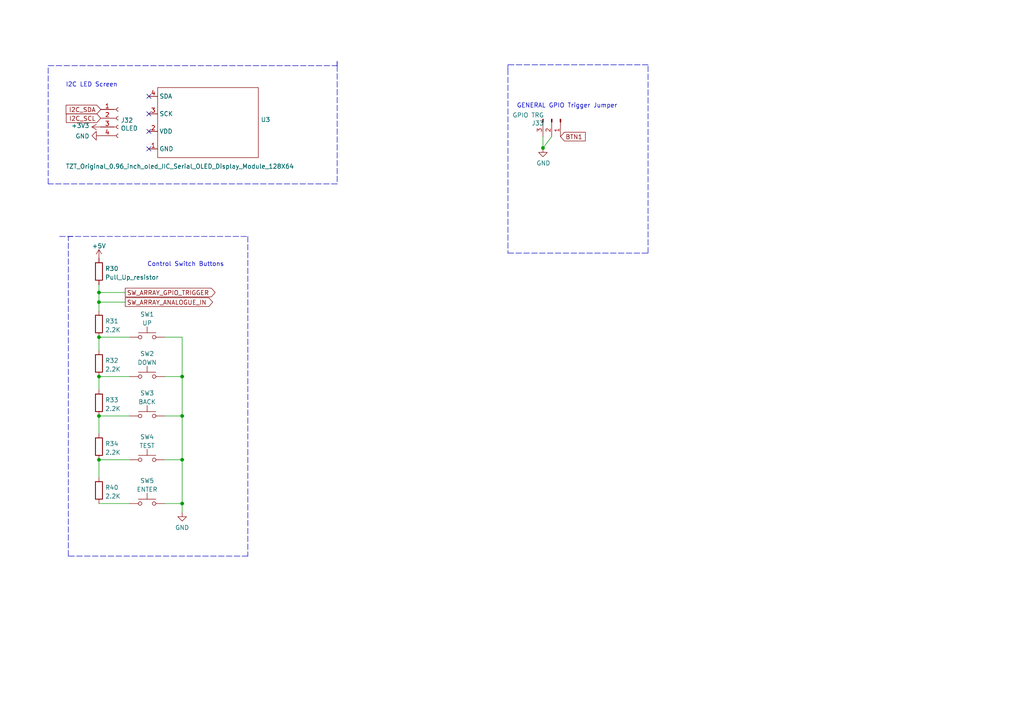
<source format=kicad_sch>
(kicad_sch (version 20211123) (generator eeschema)
  (paper "A4")
  (title_block (title "RPI Cape DPI 24ch Pixel Controller") (date "2022-04-04") (company "OnlineDynamic"))
  (lib_symbols
    (symbol "Connector:Conn_01x03_Male" (pin_names (offset 1.016) hide)
      (property "Reference" "J" (at 0 5.08 0))
      (property "Value" "Conn_01x03_Male" (at 0 -5.08 0))
      (symbol "Conn_01x03_Male_1_1"
        (polyline (pts (xy 1.27 -2.54) (xy 0.8636 -2.54)) (stroke (width 0.1524)))
        (polyline (pts (xy 1.27 0) (xy 0.8636 0)) (stroke (width 0.1524)))
        (polyline (pts (xy 1.27 2.54) (xy 0.8636 2.54)) (stroke (width 0.1524)))
        (rectangle (start 0.8636 -2.413) (end 0 -2.667) (stroke (width 0.1524)) (fill (type outline)))
        (rectangle (start 0.8636 0.127) (end 0 -0.127) (stroke (width 0.1524)) (fill (type outline)))
        (rectangle (start 0.8636 2.667) (end 0 2.413) (stroke (width 0.1524)) (fill (type outline)))
        (pin passive line (at 5.08 2.54 180) (length 3.81) (name "Pin_1") (number "1"))
        (pin passive line (at 5.08 0 180) (length 3.81) (name "Pin_2") (number "2"))
        (pin passive line (at 5.08 -2.54 180) (length 3.81) (name "Pin_3") (number "3"))
      )
    )
    (symbol "Connector:Conn_01x04_Female" (pin_names (offset 1.016) hide)
      (property "Reference" "J" (at 0 5.08 0))
      (property "Value" "Conn_01x04_Female" (at 0 -7.62 0))
      (symbol "Conn_01x04_Female_1_1"
        (arc (start 0 -4.572) (mid -0.508 -5.08) (end 0 -5.588) (stroke (width 0.1524)))
        (arc (start 0 -2.032) (mid -0.508 -2.54) (end 0 -3.048) (stroke (width 0.1524)))
        (polyline (pts (xy -1.27 -5.08) (xy -0.508 -5.08)) (stroke (width 0.1524)))
        (polyline (pts (xy -1.27 -2.54) (xy -0.508 -2.54)) (stroke (width 0.1524)))
        (polyline (pts (xy -1.27 0) (xy -0.508 0)) (stroke (width 0.1524)))
        (polyline (pts (xy -1.27 2.54) (xy -0.508 2.54)) (stroke (width 0.1524)))
        (arc (start 0 0.508) (mid -0.508 0) (end 0 -0.508) (stroke (width 0.1524)))
        (arc (start 0 3.048) (mid -0.508 2.54) (end 0 2.032) (stroke (width 0.1524)))
        (pin passive line (at -5.08 2.54 0) (length 3.81) (name "Pin_1") (number "1"))
        (pin passive line (at -5.08 0 0) (length 3.81) (name "Pin_2") (number "2"))
        (pin passive line (at -5.08 -2.54 0) (length 3.81) (name "Pin_3") (number "3"))
        (pin passive line (at -5.08 -5.08 0) (length 3.81) (name "Pin_4") (number "4"))
      )
    )
    (symbol "Device:R" (pin_numbers hide) (pin_names (offset 0))
      (property "Reference" "R" (at 2.032 0 90))
      (property "Value" "R" (at 0 0 90))
      (symbol "R_0_1"
        (rectangle (start -1.016 -2.54) (end 1.016 2.54) (stroke (width 0.254)))
      )
      (symbol "R_1_1"
        (pin passive line (at 0 3.81 270) (length 1.27) (name "~") (number "1"))
        (pin passive line (at 0 -3.81 90) (length 1.27) (name "~") (number "2"))
      )
    )
    (symbol "Stuarts_BESPOKE:TZT_Original_0.96_inch_oled_IIC_Serial_OLED_Display_Module_128X64"
      (property "Reference" "U" (at 6.35 -12.7 0))
      (property "Value" "TZT_Original_0.96_inch_oled_IIC_Serial_OLED_Display_Module_128X64" (at 0 0 0))
      (symbol "TZT_Original_0.96_inch_oled_IIC_Serial_OLED_Display_Module_128X64_0_1"
        (rectangle (start -13.97 -19.05) (end 6.35 -48.26) (stroke (width 0.1524)))
      )
      (symbol "TZT_Original_0.96_inch_oled_IIC_Serial_OLED_Display_Module_128X64_1_1"
        (pin power_in line (at -11.43 -16.51 270) (length 2.54) (name "GND") (number "1"))
        (pin power_in line (at -6.35 -16.51 270) (length 2.54) (name "VDD") (number "2"))
        (pin input line (at -1.27 -16.51 270) (length 2.54) (name "SCK") (number "3"))
        (pin input line (at 3.81 -16.51 270) (length 2.54) (name "SDA") (number "4"))
      )
    )
    (symbol "Switch:SW_Push" (pin_numbers hide) (pin_names (offset 1.016) hide)
      (property "Reference" "SW" (at 1.27 2.54 0))
      (property "Value" "SW_Push" (at 0 -1.524 0))
      (symbol "SW_Push_0_1"
        (circle (center -2.032 0) (radius 0.508))
        (polyline (pts (xy 0 1.27) (xy 0 3.048)))
        (polyline (pts (xy 2.54 1.27) (xy -2.54 1.27)))
        (circle (center 2.032 0) (radius 0.508))
        (pin passive line (at -5.08 0 0) (length 2.54) (name "1") (number "1"))
        (pin passive line (at 5.08 0 180) (length 2.54) (name "2") (number "2"))
      )
    )
    (symbol "power:+3.3V" (power) (pin_names (offset 0))
      (property "Value" "+3.3V" (at 0 3.556 0))
      (symbol "+3.3V_0_1"
        (polyline (pts (xy -0.762 1.27) (xy 0 2.54)))
        (polyline (pts (xy 0 0) (xy 0 2.54)))
        (polyline (pts (xy 0 2.54) (xy 0.762 1.27)))
      )
      (symbol "+3.3V_1_1"
        (pin power_in line (at 0 0 90) (length 0) hide (name "+3V3") (number "1"))
      )
    )
    (symbol "power:+5V" (power) (pin_names (offset 0))
      (property "Value" "+5V" (at 0 3.556 0))
      (symbol "+5V_0_1"
        (polyline (pts (xy -0.762 1.27) (xy 0 2.54)))
        (polyline (pts (xy 0 0) (xy 0 2.54)))
        (polyline (pts (xy 0 2.54) (xy 0.762 1.27)))
      )
      (symbol "+5V_1_1"
        (pin power_in line (at 0 0 90) (length 0) hide (name "+5V") (number "1"))
      )
    )
    (symbol "power:GND" (power) (pin_names (offset 0))
      (property "Value" "GND" (at 0 -3.81 0))
      (symbol "GND_0_1"
        (polyline (pts (xy 0 0) (xy 0 -1.27) (xy 1.27 -1.27) (xy 0 -2.54) (xy -1.27 -1.27) (xy 0 -1.27)))
      )
      (symbol "GND_1_1"
        (pin power_in line (at 0 0 270) (length 0) hide (name "GND") (number "1"))
      )
    )
  )
  (junction (at 52.832 133.35))
  (junction (at 52.832 109.22))
  (junction (at 52.832 120.65))
  (junction (at 28.702 97.79))
  (junction (at 28.702 120.65))
  (junction (at 157.48 42.926))
  (junction (at 28.702 87.63))
  (junction (at 28.702 84.836))
  (junction (at 52.832 146.05))
  (junction (at 28.702 109.22))
  (junction (at 28.702 133.35))
  (no_connect (at 43.18 33.02))
  (no_connect (at 43.18 27.94))
  (no_connect (at 43.18 43.18))
  (no_connect (at 43.18 38.1))
  (wire (pts (xy 157.48 39.624) (xy 157.48 42.926)))
  (polyline (pts (xy 97.79 19.05) (xy 97.79 53.34)))
  (polyline (pts (xy 147.32 73.406) (xy 187.96 73.406)))
  (wire (pts (xy 52.832 146.05) (xy 52.832 148.59)))
  (wire (pts (xy 47.752 120.65) (xy 52.832 120.65)))
  (polyline (pts (xy 71.882 68.58) (xy 71.882 161.29)))
  (polyline (pts (xy 97.79 17.78) (xy 97.79 19.05)))
  (wire (pts (xy 52.832 120.65) (xy 52.832 133.35)))
  (polyline (pts (xy 17.272 68.58) (xy 71.882 68.58)))
  (wire (pts (xy 28.702 120.65) (xy 37.592 120.65)))
  (polyline (pts (xy 97.79 53.34) (xy 13.97 53.34)))
  (wire (pts (xy 28.702 120.65) (xy 28.702 125.73)))
  (wire (pts (xy 28.702 109.22) (xy 28.702 113.03)))
  (wire (pts (xy 28.702 87.63) (xy 28.702 84.836)))
  (polyline (pts (xy 187.96 18.796) (xy 147.32 18.796)))
  (polyline (pts (xy 71.882 161.29) (xy 19.812 161.29)))
  (polyline (pts (xy 13.97 19.05) (xy 97.79 19.05)))
  (wire (pts (xy 47.752 109.22) (xy 52.832 109.22)))
  (polyline (pts (xy 97.79 19.05) (xy 97.79 17.78)))
  (polyline (pts (xy 147.32 18.796) (xy 147.32 20.066)))
  (wire (pts (xy 28.702 97.79) (xy 37.592 97.79)))
  (wire (pts (xy 160.02 39.624) (xy 157.48 42.926)))
  (wire (pts (xy 47.752 146.05) (xy 52.832 146.05)))
  (wire (pts (xy 28.702 133.35) (xy 28.702 138.43)))
  (wire (pts (xy 28.702 133.35) (xy 37.592 133.35)))
  (wire (pts (xy 47.752 133.35) (xy 52.832 133.35)))
  (polyline (pts (xy 147.32 20.066) (xy 147.32 73.406)))
  (wire (pts (xy 28.702 97.79) (xy 28.702 101.6)))
  (wire (pts (xy 28.702 87.63) (xy 36.322 87.63)))
  (polyline (pts (xy 19.812 161.29) (xy 19.812 68.58)))
  (wire (pts (xy 47.752 97.79) (xy 52.832 97.79)))
  (wire (pts (xy 28.702 109.22) (xy 37.592 109.22)))
  (wire (pts (xy 28.702 84.836) (xy 36.322 84.836)))
  (wire (pts (xy 52.832 97.79) (xy 52.832 109.22)))
  (wire (pts (xy 28.702 87.63) (xy 28.702 90.17)))
  (polyline (pts (xy 13.97 53.34) (xy 13.97 19.05)))
  (wire (pts (xy 52.832 133.35) (xy 52.832 146.05)))
  (polyline (pts (xy 187.96 73.406) (xy 187.96 18.796)))
  (polyline (pts (xy 19.812 68.58) (xy 21.082 68.58)))
  (wire (pts (xy 52.832 109.22) (xy 52.832 120.65)))
  (wire (pts (xy 28.702 146.05) (xy 37.592 146.05)))
  (wire (pts (xy 28.702 84.836) (xy 28.702 82.55)))
  (text "GENERAL GPIO Trigger Jumper" (at 149.86 31.496 0) (effects (font (size 1.27 1.27)) (justify left bottom)))
  (text "I2C LED Screen" (at 19.05 25.4 0) (effects (font (size 1.27 1.27)) (justify left bottom)))
  (text "Control Switch Buttons" (at 42.672 77.47 0) (effects (font (size 1.27 1.27)) (justify left bottom)))
  (global_label "BTN1" (shape input) (at 162.56 39.624 0) (property "Intersheet References" "${INTERSHEET_REFS}" (effects hide)))
  (global_label "SW_ARRAY_ANALOGUE_IN" (shape output) (at 36.322 87.63 0) (property "Intersheet References" "${INTERSHEET_REFS}" (effects hide)))
  (global_label "I2C_SDA" (shape input) (at 29.21 31.75 180) (property "Intersheet References" "${INTERSHEET_REFS}" (effects hide)))
  (global_label "SW_ARRAY_GPIO_TRIGGER" (shape output) (at 36.322 84.836 0) (property "Intersheet References" "${INTERSHEET_REFS}" (effects hide)))
  (global_label "I2C_SCL" (shape input) (at 29.21 34.29 180) (property "Intersheet References" "${INTERSHEET_REFS}" (effects hide)))
  (symbol (lib_id "Connector:Conn_01x04_Female") (at 34.29 34.29 0) (unit 1)
    (property "Reference" "J32" (at 35.0012 34.8996 0) (effects (justify left)))
    (property "Value" "OLED" (at 35.0012 37.211 0) (effects (justify left)))
    (property "Footprint" "Connector_PinSocket_2.54mm:PinSocket_1x04_P2.54mm_Vertical" (effects hide))
  )
  (symbol (lib_id "Device:R") (at 28.702 93.98 0) (unit 1)
    (property "Reference" "R31" (at 30.48 93.1453 0) (effects (justify left)))
    (property "Value" "2.2K" (at 30.48 95.6822 0) (effects (justify left)))
    (property "Footprint" "Resistor_SMD:R_0805_2012Metric" (effects hide))
  )
  (symbol (lib_id "Device:R") (at 28.702 105.41 0) (unit 1)
    (property "Reference" "R32" (at 30.48 104.5753 0) (effects (justify left)))
    (property "Value" "2.2K" (at 30.48 107.1122 0) (effects (justify left)))
    (property "Footprint" "Resistor_SMD:R_0805_2012Metric" (effects hide))
  )
  (symbol (lib_id "Device:R") (at 28.702 78.74 0) (unit 1)
    (property "Reference" "R30" (at 30.48 77.9053 0) (effects (justify left)))
    (property "Value" "Pull_Up_resistor" (at 30.48 80.4422 0) (effects (justify left)))
    (property "Footprint" "Resistor_SMD:R_0805_2012Metric" (effects hide))
  )
  (symbol (lib_id "Switch:SW_Push") (at 42.672 133.35 0) (unit 1)
    (property "Reference" "SW4" (at 42.672 126.7292 0))
    (property "Value" "TEST" (at 42.672 129.2661 0))
    (property "Footprint" "Button_Switch_THT:SW_PUSH_6mm" (effects hide))
  )
  (symbol (lib_id "Stuarts_BESPOKE:TZT_Original_0.96_inch_oled_IIC_Serial_OLED_Display_Module_128X64") (at 26.67 31.75 90) (unit 1)
    (property "Reference" "U3" (at 75.6412 34.7253 90) (effects (justify right)))
    (property "Value" "TZT_Original_0.96_inch_oled_IIC_Serial_OLED_Display_Module_128X64" (at 19.05 48.26 90) (effects (justify right)))
    (property "Footprint" "Stuart_BESPOKE:TZT_0.96inch_OLED" (effects hide))
  )
  (symbol (lib_id "power:GND") (at 52.832 148.59 0) (unit 1)
    (property "Reference" "#PWR034" (effects hide))
    (property "Value" "GND" (at 52.832 153.0334 0))
  )
  (symbol (lib_id "power:GND") (at 157.48 42.926 0) (unit 1)
    (property "Reference" "#PWR035" (effects hide))
    (property "Value" "GND" (at 157.607 47.3202 0))
  )
  (symbol (lib_id "power:GND") (at 29.21 39.37 270) (unit 1)
    (property "Reference" "#PWR033" (effects hide))
    (property "Value" "GND" (at 25.9588 39.497 90) (effects (justify right)))
  )
  (symbol (lib_id "Connector:Conn_01x03_Male") (at 160.02 34.544 270) (unit 1)
    (property "Reference" "J33" (at 157.7848 35.7124 90) (effects (justify right)))
    (property "Value" "GPIO TRG" (at 157.7848 33.401 90) (effects (justify right)))
    (property "Footprint" "Connector_JST:JST_XH_B3B-XH-A_1x03_P2.50mm_Vertical" (effects hide))
  )
  (symbol (lib_id "Switch:SW_Push") (at 42.672 97.79 0) (unit 1)
    (property "Reference" "SW1" (at 42.672 91.1692 0))
    (property "Value" "UP" (at 42.672 93.7061 0))
    (property "Footprint" "Button_Switch_THT:SW_PUSH_6mm" (effects hide))
  )
  (symbol (lib_id "power:+3.3V") (at 29.21 36.83 90) (unit 1)
    (property "Reference" "#PWR015" (effects hide))
    (property "Value" "+3.3V" (at 25.9588 36.449 90) (effects (justify left)))
  )
  (symbol (lib_id "Switch:SW_Push") (at 42.672 120.65 0) (unit 1)
    (property "Reference" "SW3" (at 42.672 114.0292 0))
    (property "Value" "BACK" (at 42.672 116.5661 0))
    (property "Footprint" "Button_Switch_THT:SW_PUSH_6mm" (effects hide))
  )
  (symbol (lib_id "power:+5V") (at 28.702 74.93 0) (unit 1)
    (property "Reference" "#PWR014" (effects hide))
    (property "Value" "+5V" (at 28.702 71.3542 0))
  )
  (symbol (lib_id "Switch:SW_Push") (at 42.672 109.22 0) (unit 1)
    (property "Reference" "SW2" (at 42.672 102.5992 0))
    (property "Value" "DOWN" (at 42.672 105.1361 0))
    (property "Footprint" "Button_Switch_THT:SW_PUSH_6mm" (effects hide))
  )
  (symbol (lib_id "Device:R") (at 28.702 116.84 0) (unit 1)
    (property "Reference" "R33" (at 30.48 116.0053 0) (effects (justify left)))
    (property "Value" "2.2K" (at 30.48 118.5422 0) (effects (justify left)))
    (property "Footprint" "Resistor_SMD:R_0805_2012Metric" (effects hide))
  )
  (symbol (lib_id "Device:R") (at 28.702 129.54 0) (unit 1)
    (property "Reference" "R34" (at 30.48 128.7053 0) (effects (justify left)))
    (property "Value" "2.2K" (at 30.48 131.2422 0) (effects (justify left)))
    (property "Footprint" "Resistor_SMD:R_0805_2012Metric" (effects hide))
  )
  (symbol (lib_id "Switch:SW_Push") (at 42.672 146.05 0) (unit 1)
    (property "Reference" "SW5" (at 42.672 139.4292 0))
    (property "Value" "ENTER" (at 42.672 141.9661 0))
    (property "Footprint" "Button_Switch_THT:SW_PUSH_6mm" (effects hide))
  )
  (symbol (lib_id "Device:R") (at 28.702 142.24 0) (unit 1)
    (property "Reference" "R40" (at 30.48 141.4053 0) (effects (justify left)))
    (property "Value" "2.2K" (at 30.48 143.9422 0) (effects (justify left)))
    (property "Footprint" "Resistor_SMD:R_0805_2012Metric" (effects hide))
  )
)
</source>
